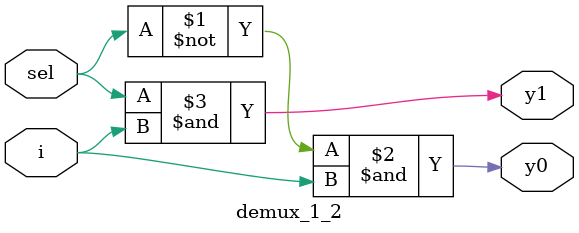
<source format=v>
module demux_1_2(
  input sel,
  input i,
  output y0,y1);
  assign y0=(~sel)&i;
  assign y1=sel&i;
endmodule

</source>
